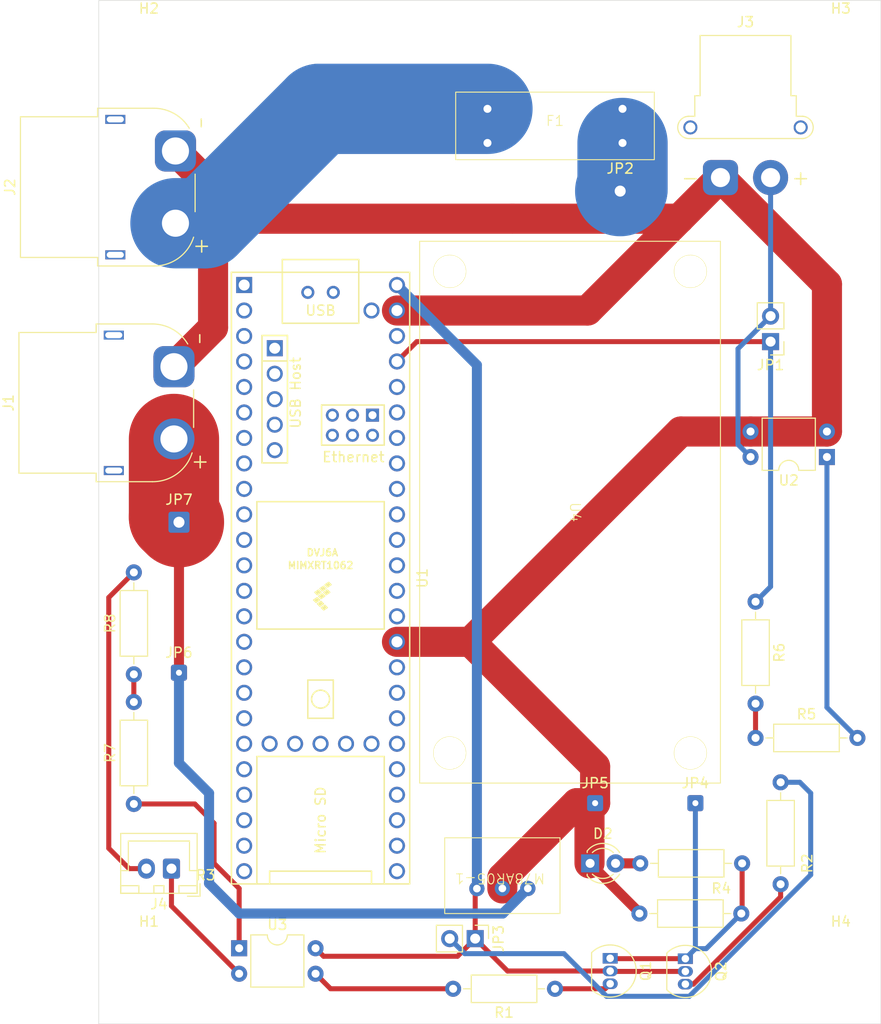
<source format=kicad_pcb>
(kicad_pcb (version 20240108) (generator "pcbnew") (generator_version "8.0")
  (layers (0 "F.Cu" signal) (31 "B.Cu" signal) (34 "B.Paste" user) (35 "F.Paste" user) (36 "B.SilkS" user "B.Silkscreen") (37 "F.SilkS" user "F.Silkscreen") (38 "B.Mask" user) (39 "F.Mask" user) (44 "Edge.Cuts" user))
  (net 0 "")
  (net 1 "Net-(D2-A)")
  (net 2 "GND")
  (net 3 "Net-(J2-Pin_2)")
  (net 4 "+12V")
  (net 5 "Net-(J3-Pin_2)")
  (net 6 "Net-(J4-Pin_1)")
  (net 7 "Net-(J4-Pin_2)")
  (net 8 "Net-(JP1-A)")
  (net 9 "Net-(JP3-B)")
  (net 10 "Net-(JP3-A)")
  (net 11 "Net-(JP4-A)")
  (net 12 "Net-(Q1-B)")
  (net 13 "Net-(Q2-B)")
  (net 14 "Net-(R1-Pad2)")
  (net 78 "Net-(R5-Pad1)")
  (net 79 "Net-(R5-Pad2)")
  (net 80 "Net-(R7-Pad1)")
  (net 81 "Net-(R7-Pad2)")
  (net 82 "Net-(JP2-A)")
  (footprint "Teensy:Teensy41" (layer "F.Cu") (at 52.12 91.57 -90)
    (property "Reference" "U1" (at 0 -10.16 90) (layer "F.SilkS"))
    (property "Value" "Teensy4.1")
    (fp_line (start -30.48 8.89) (end -30.48 -8.89) (stroke (width 0.15)) (layer "F.SilkS"))
    (fp_line (start 30.48 8.89) (end -30.48 8.89) (stroke (width 0.15)) (layer "F.SilkS"))
    (fp_line (start -7.62 6.35) (end 5.08 6.35) (stroke (width 0.15)) (layer "F.SilkS"))
    (fp_line (start 5.08 6.35) (end 5.08 -6.35) (stroke (width 0.15)) (layer "F.SilkS"))
    (fp_line (start 17.78 6.35) (end 30.48 6.35) (stroke (width 0.15)) (layer "F.SilkS"))
    (fp_line (start -24.1808 5.8392) (end -24.1808 3.2992) (stroke (width 0.15)) (layer "F.SilkS"))
    (fp_line (start -11.4808 5.8392) (end -24.1808 5.8392) (stroke (width 0.15)) (layer "F.SilkS"))
    (fp_line (start 29.21 5.08) (end 30.48 5.08) (stroke (width 0.15)) (layer "F.SilkS"))
    (fp_line (start -31.75 3.81) (end -31.75 -3.81) (stroke (width 0.15)) (layer "F.SilkS"))
    (fp_line (start -30.48 3.81) (end -31.75 3.81) (stroke (width 0.15)) (layer "F.SilkS"))
    (fp_line (start -25.4 3.81) (end -30.48 3.81) (stroke (width 0.15)) (layer "F.SilkS"))
    (fp_line (start -25.4 3.81) (end -25.4 -3.81) (stroke (width 0.15)) (layer "F.SilkS"))
    (fp_line (start -24.1808 3.2992) (end -21.6408 3.2992) (stroke (width 0.15)) (layer "F.SilkS"))
    (fp_line (start -24.1808 3.2992) (end -11.4808 3.2992) (stroke (width 0.15)) (layer "F.SilkS"))
    (fp_line (start -21.6408 3.2992) (end -21.6408 5.8392) (stroke (width 0.15)) (layer "F.SilkS"))
    (fp_line (start -11.4808 3.2992) (end -11.4808 5.8392) (stroke (width 0.15)) (layer "F.SilkS"))
    (fp_line (start 10.16 1.27) (end 10.16 -1.27) (stroke (width 0.15)) (layer "F.SilkS"))
    (fp_line (start 13.97 1.27) (end 10.16 1.27) (stroke (width 0.15)) (layer "F.SilkS"))
    (fp_line (start -17.25 -0.1016) (end -13.25 -0.1016) (stroke (width 0.15)) (layer "F.SilkS"))
    (fp_line (start -13.25 -0.1016) (end -13.25 -6.3516) (stroke (width 0.15)) (layer "F.SilkS"))
    (fp_line (start 10.16 -1.27) (end 13.97 -1.27) (stroke (width 0.15)) (layer "F.SilkS"))
    (fp_line (start 13.97 -1.27) (end 13.97 1.27) (stroke (width 0.15)) (layer "F.SilkS"))
    (fp_line (start -31.75 -3.81) (end -30.48 -3.81) (stroke (width 0.15)) (layer "F.SilkS"))
    (fp_line (start -25.4 -3.81) (end -30.48 -3.81) (stroke (width 0.15)) (layer "F.SilkS"))
    (fp_line (start 29.21 -5.08) (end 29.21 5.08) (stroke (width 0.15)) (layer "F.SilkS"))
    (fp_line (start 30.48 -5.08) (end 29.21 -5.08) (stroke (width 0.15)) (layer "F.SilkS"))
    (fp_line (start -17.25 -6.1016) (end -17.25 -0.1016) (stroke (width 0.15)) (layer "F.SilkS"))
    (fp_line (start -7.62 -6.35) (end -7.62 6.35) (stroke (width 0.15)) (layer "F.SilkS"))
    (fp_line (start 5.08 -6.35) (end -7.62 -6.35) (stroke (width 0.15)) (layer "F.SilkS"))
    (fp_line (start 17.78 -6.35) (end 17.78 6.35) (stroke (width 0.15)) (layer "F.SilkS"))
    (fp_line (start 30.48 -6.35) (end 17.78 -6.35) (stroke (width 0.15)) (layer "F.SilkS"))
    (fp_line (start -17.25 -6.3516) (end -17.25 -6.1016) (stroke (width 0.15)) (layer "F.SilkS"))
    (fp_line (start -13.25 -6.3516) (end -17.25 -6.3516) (stroke (width 0.15)) (layer "F.SilkS"))
    (fp_line (start -30.48 -8.89) (end 30.48 -8.89) (stroke (width 0.15)) (layer "F.SilkS"))
    (fp_line (start 30.48 -8.89) (end 30.48 8.89) (stroke (width 0.15)) (layer "F.SilkS"))
    (fp_circle (center 12.065 0) (end 12.7 -0.635) (stroke (width 0.15)) (fill none) (layer "F.SilkS"))
    (fp_poly (pts (xy 2.435 0.455) (xy 2.181 0.709) (xy 1.927 0.328) (xy 2.181 0.074)) (stroke (width 0.1)) (fill solid) (layer "F.SilkS"))
    (fp_poly (pts (xy 1.673 0.328) (xy 1.419 0.582) (xy 1.165 0.201) (xy 1.419 -0.053)) (stroke (width 0.1)) (fill solid) (layer "F.SilkS"))
    (fp_poly (pts (xy 2.816 0.074) (xy 2.562 0.328) (xy 2.308 -0.053) (xy 2.562 -0.307)) (stroke (width 0.1)) (fill solid) (layer "F.SilkS"))
    (fp_poly (pts (xy 2.054 -0.053) (xy 1.8 0.201) (xy 1.546 -0.18) (xy 1.8 -0.434)) (stroke (width 0.1)) (fill solid) (layer "F.SilkS"))
    (fp_poly (pts (xy 1.292 -0.18) (xy 1.038 0.074) (xy 0.784 -0.307) (xy 1.038 -0.561)) (stroke (width 0.1)) (fill solid) (layer "F.SilkS"))
    (fp_poly (pts (xy 3.197 -0.307) (xy 2.943 -0.053) (xy 2.689 -0.434) (xy 2.943 -0.688)) (stroke (width 0.1)) (fill solid) (layer "F.SilkS"))
    (fp_poly (pts (xy 1.673 -0.561) (xy 1.419 -0.307) (xy 1.165 -0.688) (xy 1.419 -0.942)) (stroke (width 0.1)) (fill solid) (layer "F.SilkS"))
    (fp_poly (pts (xy 0.911 -0.688) (xy 0.657 -0.434) (xy 0.403 -0.815) (xy 0.657 -1.069)) (stroke (width 0.1)) (fill solid) (layer "F.SilkS"))
    (fp_text user "USB" (at -26.67 0 0) (layer "F.SilkS"))
    (fp_text user "USB Host" (at -18.4658 2.4892 90) (layer "F.SilkS"))
    (fp_text user "Micro SD" (at 24.13 0 90) (layer "F.SilkS"))
    (fp_text user "Ethernet" (at -12.065 -3.2766 0) (layer "F.SilkS"))
    (fp_text user "DVJ6A" (at -2.54 -0.18 0) (layer "F.SilkS") (effects (font (size 0.7 0.7))))
    (fp_text user "MIMXRT1062" (at -1.27 0 0) (layer "F.SilkS") (effects (font (size 0.7 0.7))))
    (pad "1" thru_hole rect (at -29.21 7.62 270) (size 1.6 1.6) (drill 1.1) (layers "*.Cu" "*.Mask"))
    (pad "2" thru_hole circle (at -26.67 7.62 270) (size 1.6 1.6) (drill 1.1) (layers "*.Cu" "*.Mask"))
    (pad "3" thru_hole circle (at -24.13 7.62 270) (size 1.6 1.6) (drill 1.1) (layers "*.Cu" "*.Mask"))
    (pad "4" thru_hole circle (at -21.59 7.62 270) (size 1.6 1.6) (drill 1.1) (layers "*.Cu" "*.Mask"))
    (pad "5" thru_hole circle (at -19.05 7.62 270) (size 1.6 1.6) (drill 1.1) (layers "*.Cu" "*.Mask"))
    (pad "6" thru_hole circle (at -16.51 7.62 270) (size 1.6 1.6) (drill 1.1) (layers "*.Cu" "*.Mask"))
    (pad "7" thru_hole circle (at -13.97 7.62 270) (size 1.6 1.6) (drill 1.1) (layers "*.Cu" "*.Mask"))
    (pad "8" thru_hole circle (at -11.43 7.62 270) (size 1.6 1.6) (drill 1.1) (layers "*.Cu" "*.Mask"))
    (pad "9" thru_hole circle (at -8.89 7.62 270) (size 1.6 1.6) (drill 1.1) (layers "*.Cu" "*.Mask"))
    (pad "10" thru_hole circle (at -6.35 7.62 270) (size 1.6 1.6) (drill 1.1) (layers "*.Cu" "*.Mask"))
    (pad "11" thru_hole circle (at -3.81 7.62 270) (size 1.6 1.6) (drill 1.1) (layers "*.Cu" "*.Mask"))
    (pad "12" thru_hole circle (at -1.27 7.62 270) (size 1.6 1.6) (drill 1.1) (layers "*.Cu" "*.Mask"))
    (pad "13" thru_hole circle (at 1.27 7.62 270) (size 1.6 1.6) (drill 1.1) (layers "*.Cu" "*.Mask"))
    (pad "14" thru_hole circle (at 3.81 7.62 270) (size 1.6 1.6) (drill 1.1) (layers "*.Cu" "*.Mask"))
    (pad "15" thru_hole circle (at 6.35 7.62 270) (size 1.6 1.6) (drill 1.1) (layers "*.Cu" "*.Mask"))
    (pad "16" thru_hole circle (at 8.89 7.62 270) (size 1.6 1.6) (drill 1.1) (layers "*.Cu" "*.Mask"))
    (pad "17" thru_hole circle (at 11.43 7.62 270) (size 1.6 1.6) (drill 1.1) (layers "*.Cu" "*.Mask"))
    (pad "18" thru_hole circle (at 13.97 7.62 270) (size 1.6 1.6) (drill 1.1) (layers "*.Cu" "*.Mask"))
    (pad "19" thru_hole circle (at 16.51 7.62 270) (size 1.6 1.6) (drill 1.1) (layers "*.Cu" "*.Mask"))
    (pad "20" thru_hole circle (at 19.05 7.62 270) (size 1.6 1.6) (drill 1.1) (layers "*.Cu" "*.Mask"))
    (pad "21" thru_hole circle (at 21.59 7.62 270) (size 1.6 1.6) (drill 1.1) (layers "*.Cu" "*.Mask"))
    (pad "22" thru_hole circle (at 24.13 7.62 270) (size 1.6 1.6) (drill 1.1) (layers "*.Cu" "*.Mask"))
    (pad "23" thru_hole circle (at 26.67 7.62 270) (size 1.6 1.6) (drill 1.1) (layers "*.Cu" "*.Mask"))
    (pad "24" thru_hole circle (at 29.21 7.62 270) (size 1.6 1.6) (drill 1.1) (layers "*.Cu" "*.Mask"))
    (pad "25" thru_hole circle (at 29.21 -7.62 270) (size 1.6 1.6) (drill 1.1) (layers "*.Cu" "*.Mask"))
    (pad "26" thru_hole circle (at 26.67 -7.62 270) (size 1.6 1.6) (drill 1.1) (layers "*.Cu" "*.Mask"))
    (pad "27" thru_hole circle (at 24.13 -7.62 270) (size 1.6 1.6) (drill 1.1) (layers "*.Cu" "*.Mask"))
    (pad "28" thru_hole circle (at 21.59 -7.62 270) (size 1.6 1.6) (drill 1.1) (layers "*.Cu" "*.Mask"))
    (pad "29" thru_hole circle (at 19.05 -7.62 270) (size 1.6 1.6) (drill 1.1) (layers "*.Cu" "*.Mask"))
    (pad "30" thru_hole circle (at 16.51 -7.62 270) (size 1.6 1.6) (drill 1.1) (layers "*.Cu" "*.Mask"))
    (pad "31" thru_hole circle (at 13.97 -7.62 270) (size 1.6 1.6) (drill 1.1) (layers "*.Cu" "*.Mask"))
    (pad "32" thru_hole circle (at 11.43 -7.62 270) (size 1.6 1.6) (drill 1.1) (layers "*.Cu" "*.Mask"))
    (pad "33" thru_hole circle (at 8.89 -7.62 270) (size 1.6 1.6) (drill 1.1) (layers "*.Cu" "*.Mask"))
    (pad "34" thru_hole circle (at 6.35 -7.62 270) (size 1.6 1.6) (drill 1.1) (layers "*.Cu" "*.Mask") (net 2 "GND"))
    (pad "35" thru_hole circle (at 3.81 -7.62 270) (size 1.6 1.6) (drill 1.1) (layers "*.Cu" "*.Mask"))
    (pad "36" thru_hole circle (at 1.27 -7.62 270) (size 1.6 1.6) (drill 1.1) (layers "*.Cu" "*.Mask"))
    (pad "37" thru_hole circle (at -1.27 -7.62 270) (size 1.6 1.6) (drill 1.1) (layers "*.Cu" "*.Mask"))
    (pad "38" thru_hole circle (at -3.81 -7.62 270) (size 1.6 1.6) (drill 1.1) (layers "*.Cu" "*.Mask"))
    (pad "39" thru_hole circle (at -6.35 -7.62 270) (size 1.6 1.6) (drill 1.1) (layers "*.Cu" "*.Mask"))
    (pad "40" thru_hole circle (at -8.89 -7.62 270) (size 1.6 1.6) (drill 1.1) (layers "*.Cu" "*.Mask"))
    (pad "41" thru_hole circle (at -11.43 -7.62 270) (size 1.6 1.6) (drill 1.1) (layers "*.Cu" "*.Mask"))
    (pad "42" thru_hole circle (at -13.97 -7.62 270) (size 1.6 1.6) (drill 1.1) (layers "*.Cu" "*.Mask"))
    (pad "43" thru_hole circle (at -16.51 -7.62 270) (size 1.6 1.6) (drill 1.1) (layers "*.Cu" "*.Mask"))
    (pad "44" thru_hole circle (at -19.05 -7.62 270) (size 1.6 1.6) (drill 1.1) (layers "*.Cu" "*.Mask"))
    (pad "45" thru_hole circle (at -21.59 -7.62 270) (size 1.6 1.6) (drill 1.1) (layers "*.Cu" "*.Mask") (net 8 "Net-(JP1-A)"))
    (pad "46" thru_hole circle (at -24.13 -7.62 270) (size 1.6 1.6) (drill 1.1) (layers "*.Cu" "*.Mask"))
    (pad "47" thru_hole circle (at -26.67 -7.62 270) (size 1.6 1.6) (drill 1.1) (layers "*.Cu" "*.Mask") (net 2 "GND"))
    (pad "48" thru_hole circle (at -29.21 -7.62 270) (size 1.6 1.6) (drill 1.1) (layers "*.Cu" "*.Mask") (net 10 "Net-(JP3-A)"))
    (pad "49" thru_hole circle (at -26.67 -5.08 270) (size 1.6 1.6) (drill 1.1) (layers "*.Cu" "*.Mask"))
    (pad "50" thru_hole circle (at 16.51 5.08 270) (size 1.6 1.6) (drill 1.1) (layers "*.Cu" "*.Mask"))
    (pad "51" thru_hole circle (at 16.51 2.54 270) (size 1.6 1.6) (drill 1.1) (layers "*.Cu" "*.Mask"))
    (pad "52" thru_hole circle (at 16.51 0 270) (size 1.6 1.6) (drill 1.1) (layers "*.Cu" "*.Mask"))
    (pad "53" thru_hole circle (at 16.51 -2.54 270) (size 1.6 1.6) (drill 1.1) (layers "*.Cu" "*.Mask"))
    (pad "54" thru_hole circle (at 16.51 -5.08 270) (size 1.6 1.6) (drill 1.1) (layers "*.Cu" "*.Mask"))
    (pad "55" thru_hole rect (at -22.9108 4.5692 270) (size 1.6 1.6) (drill 1.1) (layers "*.Cu" "*.Mask"))
    (pad "56" thru_hole circle (at -20.3708 4.5692 270) (size 1.6 1.6) (drill 1.1) (layers "*.Cu" "*.Mask"))
    (pad "57" thru_hole circle (at -17.8308 4.5692 270) (size 1.6 1.6) (drill 1.1) (layers "*.Cu" "*.Mask"))
    (pad "58" thru_hole circle (at -15.2908 4.5692 270) (size 1.6 1.6) (drill 1.1) (layers "*.Cu" "*.Mask"))
    (pad "59" thru_hole circle (at -12.7508 4.5692 270) (size 1.6 1.6) (drill 1.1) (layers "*.Cu" "*.Mask"))
    (pad "60" thru_hole rect (at -16.24 -5.1816 270) (size 1.3 1.3) (drill 0.8) (layers "*.Cu" "*.Mask"))
    (pad "61" thru_hole circle (at -16.24 -3.1816 270) (size 1.3 1.3) (drill 0.8) (layers "*.Cu" "*.Mask"))
    (pad "62" thru_hole circle (at -16.24 -1.1816 270) (size 1.3 1.3) (drill 0.8) (layers "*.Cu" "*.Mask"))
    (pad "63" thru_hole circle (at -14.24 -1.1816 270) (size 1.3 1.3) (drill 0.8) (layers "*.Cu" "*.Mask"))
    (pad "64" thru_hole circle (at -14.24 -3.1816 270) (size 1.3 1.3) (drill 0.8) (layers "*.Cu" "*.Mask"))
    (pad "65" thru_hole circle (at -14.24 -5.1816 270) (size 1.3 1.3) (drill 0.8) (layers "*.Cu" "*.Mask"))
    (pad "66" thru_hole circle (at -28.48 -1.27 270) (size 1.3 1.3) (drill 0.8) (layers "*.Cu" "*.Mask"))
    (pad "67" thru_hole circle (at -28.48 1.27 270) (size 1.3 1.3) (drill 0.8) (layers "*.Cu" "*.Mask"))
  )
  (footprint "Connector_PinHeader_2.54mm:PinHeader_1x02_P2.54mm_Vertical" (layer "F.Cu") (at 97 68 180)
    (property "Reference" "JP1" (at 0 -2.33 0) (layer "F.SilkS"))
    (property "Value" "Jumper_2_Open" (hide yes))
    (fp_line (start 1.33 1.27) (end 1.33 3.87) (stroke (width 0.12)) (layer "F.SilkS"))
    (fp_line (start -1.33 3.87) (end 1.33 3.87) (stroke (width 0.12)) (layer "F.SilkS"))
    (fp_line (start -1.33 1.27) (end 1.33 1.27) (stroke (width 0.12)) (layer "F.SilkS"))
    (fp_line (start -1.33 1.27) (end -1.33 3.87) (stroke (width 0.12)) (layer "F.SilkS"))
    (fp_line (start -1.33 0) (end -1.33 -1.33) (stroke (width 0.12)) (layer "F.SilkS"))
    (fp_line (start -1.33 -1.33) (end 0 -1.33) (stroke (width 0.12)) (layer "F.SilkS"))
    (pad "1" thru_hole rect (at 0 0 180) (size 1.7 1.7) (drill 1) (layers "*.Cu" "*.Mask") (net 8 "Net-(JP1-A)"))
    (pad "2" thru_hole oval (at 0 2.54 180) (size 1.7 1.7) (drill 1) (layers "*.Cu" "*.Mask") (net 5 "Net-(J3-Pin_2)"))
  )
  (footprint "M78AR05-1:M78AR05-1" (layer "F.Cu") (at 70 121 180)
    (property "Reference" "M78AR05-1" (at 0 -0.5 180) (layer "F.SilkS") (effects (font (thickness 0.1))))
    (property "Value" "~")
    (fp_rect (start -6 -4) (end 5.5 3.55) (stroke (width 0.1)) (fill none) (layer "F.SilkS"))
    (pad "1" thru_hole circle (at -2.79 -1.5 180) (size 1.524 1.524) (drill 0.762) (layers "*.Cu" "*.Mask") (net 4 "+12V"))
    (pad "2" thru_hole circle (at -0.25 -1.5 180) (size 1.524 1.524) (drill 0.762) (layers "*.Cu" "*.Mask") (net 2 "GND"))
    (pad "3" thru_hole circle (at 2.29 -1.516 180) (size 1.524 1.524) (drill 0.762) (layers "*.Cu" "*.Mask") (net 10 "Net-(JP3-A)"))
  )
  (footprint "Connector_Wire:SolderWire-0.1sqmm_1x01_D0.4mm_OD1mm" (layer "F.Cu") (at 89.5 114)
    (property "Reference" "JP4" (at 0 -2 0) (layer "F.SilkS"))
    (property "Value" "Relay_SIG")
    (pad "1" thru_hole roundrect (at 0 0) (size 1.6 1.6) (drill 0.6) (layers "*.Cu" "*.Mask") (roundrect_rratio 0.15625) (net 11 "Net-(JP4-A)"))
  )
  (footprint "Package_TO_SOT_THT:TO-92_Inline" (layer "F.Cu") (at 88.5 129.5 -90)
    (property "Reference" "Q2" (at 1.27 -3.56 90) (layer "F.SilkS"))
    (property "Value" "2SC1815")
    (fp_line (start -0.53 1.85) (end 3.07 1.85) (stroke (width 0.12)) (layer "F.SilkS"))
    (fp_arc (start -0.568478 1.838478) (mid -1.132087 -0.994977) (end 1.27 -2.6) (stroke (width 0.12)) (layer "F.SilkS"))
    (fp_arc (start 1.27 -2.6) (mid 3.672087 -0.994977) (end 3.108478 1.838478) (stroke (width 0.12)) (layer "F.SilkS"))
    (pad "1" thru_hole rect (at 0 0 270) (size 1.05 1.5) (drill 0.75) (layers "*.Cu" "*.Mask") (net 11 "Net-(JP4-A)"))
    (pad "2" thru_hole oval (at 1.27 0 270) (size 1.05 1.5) (drill 0.75) (layers "*.Cu" "*.Mask") (net 10 "Net-(JP3-A)"))
    (pad "3" thru_hole oval (at 2.54 0 270) (size 1.05 1.5) (drill 0.75) (layers "*.Cu" "*.Mask") (net 13 "Net-(Q2-B)"))
  )
  (footprint "MountingHole:MountingHole_3.2mm_M3" (layer "F.Cu") (at 104 39)
    (property "Reference" "H3" (at 0 -4.2 0) (layer "F.SilkS"))
    (property "Value" "MountingHole")
    (pad "" np_thru_hole circle (at 0 0) (size 3.2 3.2) (drill 3.2) (layers "*.Cu" "*.Mask"))
  )
  (footprint "MountingHole:MountingHole_3.2mm_M3" (layer "F.Cu") (at 35 130)
    (property "Reference" "H1" (at 0 -4.2 0) (layer "F.SilkS"))
    (property "Value" "MountingHole")
    (pad "" np_thru_hole circle (at 0 0) (size 3.2 3.2) (drill 3.2) (layers "*.Cu" "*.Mask"))
  )
  (footprint "Resistor_THT:R_Axial_DIN0207_L6.3mm_D2.5mm_P10.16mm_Horizontal" (layer "F.Cu") (at 95.5 107.5)
    (property "Reference" "R5" (at 5.08 -2.37 0) (layer "F.SilkS"))
    (property "Value" "390")
    (fp_line (start 1.04 0) (end 1.81 0) (stroke (width 0.12)) (layer "F.SilkS"))
    (fp_line (start 1.81 -1.37) (end 1.81 1.37) (stroke (width 0.12)) (layer "F.SilkS"))
    (fp_line (start 1.81 1.37) (end 8.35 1.37) (stroke (width 0.12)) (layer "F.SilkS"))
    (fp_line (start 8.35 -1.37) (end 1.81 -1.37) (stroke (width 0.12)) (layer "F.SilkS"))
    (fp_line (start 8.35 1.37) (end 8.35 -1.37) (stroke (width 0.12)) (layer "F.SilkS"))
    (fp_line (start 9.12 0) (end 8.35 0) (stroke (width 0.12)) (layer "F.SilkS"))
    (pad "1" thru_hole circle (at 0 0) (size 1.6 1.6) (drill 0.8) (layers "*.Cu" "*.Mask") (net 78 "Net-(R5-Pad1)"))
    (pad "2" thru_hole oval (at 10.16 0) (size 1.6 1.6) (drill 0.8) (layers "*.Cu" "*.Mask") (net 79 "Net-(R5-Pad2)"))
  )
  (footprint "AE-RELAY953B-12V:AE-RELAY953B-12V" (layer "F.Cu") (at 77 85 -90)
    (property "Reference" "U4" (at 0 -0.5 -90) (layer "F.SilkS") (effects (font (thickness 0.1))))
    (property "Value" "~")
    (fp_rect (start -27 -15) (end 27 15) (stroke (width 0.1)) (fill none) (layer "F.SilkS"))
    (fp_circle (center -24 12) (end -22.4 12) (stroke (width 0.1)) (fill none) (layer "F.SilkS"))
    (fp_circle (center 24 12) (end 25.6 12) (stroke (width 0.1)) (fill none) (layer "F.SilkS"))
    (fp_circle (center -24 -12) (end -22.4 -12) (stroke (width 0.1)) (fill none) (layer "F.SilkS"))
    (fp_circle (center 24 -12) (end 25.6 -12) (stroke (width 0.1)) (fill none) (layer "F.SilkS"))
    (pad "" thru_hole circle (at -24 -12 270) (size 3.2 3.2) (drill 3.2) (layers "*.Cu" "*.Mask"))
    (pad "" thru_hole circle (at -24 12 270) (size 3.2 3.2) (drill 3.2) (layers "*.Cu" "*.Mask"))
    (pad "" thru_hole circle (at 24 -12 270) (size 3.2 3.2) (drill 3.2) (layers "*.Cu" "*.Mask"))
    (pad "" thru_hole circle (at 24 12 270) (size 3.2 3.2) (drill 3.2) (layers "*.Cu" "*.Mask"))
  )
  (footprint "Connector_Wire:SolderWire-0.5sqmm_1x01_D0.9mm_OD2.1mm" (layer "F.Cu") (at 38 86)
    (property "Reference" "JP7" (at 0 -2.25 0) (layer "F.SilkS"))
    (property "Value" "Relay_COM")
    (pad "1" thru_hole roundrect (at 0 0) (size 2.1 2.1) (drill 1.1) (layers "*.Cu" "*.Mask") (roundrect_rratio 0.119048) (net 4 "+12V"))
  )
  (footprint "Resistor_THT:R_Axial_DIN0207_L6.3mm_D2.5mm_P10.16mm_Horizontal" (layer "F.Cu") (at 95.5 93.92 -90)
    (property "Reference" "R6" (at 5.08 -2.37 90) (layer "F.SilkS"))
    (property "Value" "1K")
    (fp_line (start 1.81 1.37) (end 8.35 1.37) (stroke (width 0.12)) (layer "F.SilkS"))
    (fp_line (start 8.35 1.37) (end 8.35 -1.37) (stroke (width 0.12)) (layer "F.SilkS"))
    (fp_line (start 1.04 0) (end 1.81 0) (stroke (width 0.12)) (layer "F.SilkS"))
    (fp_line (start 9.12 0) (end 8.35 0) (stroke (width 0.12)) (layer "F.SilkS"))
    (fp_line (start 1.81 -1.37) (end 1.81 1.37) (stroke (width 0.12)) (layer "F.SilkS"))
    (fp_line (start 8.35 -1.37) (end 1.81 -1.37) (stroke (width 0.12)) (layer "F.SilkS"))
    (pad "1" thru_hole circle (at 0 0 270) (size 1.6 1.6) (drill 0.8) (layers "*.Cu" "*.Mask") (net 8 "Net-(JP1-A)"))
    (pad "2" thru_hole oval (at 10.16 0 270) (size 1.6 1.6) (drill 0.8) (layers "*.Cu" "*.Mask") (net 78 "Net-(R5-Pad1)"))
  )
  (footprint "Resistor_THT:R_Axial_DIN0207_L6.3mm_D2.5mm_P10.16mm_Horizontal" (layer "F.Cu") (at 84 120)
    (property "Reference" "R4" (at 8.08 2.5 360) (layer "F.SilkS"))
    (property "Value" "470")
    (fp_line (start 1.04 0) (end 1.81 0) (stroke (width 0.12)) (layer "F.SilkS"))
    (fp_line (start 1.81 -1.37) (end 1.81 1.37) (stroke (width 0.12)) (layer "F.SilkS"))
    (fp_line (start 1.81 1.37) (end 8.35 1.37) (stroke (width 0.12)) (layer "F.SilkS"))
    (fp_line (start 8.35 -1.37) (end 1.81 -1.37) (stroke (width 0.12)) (layer "F.SilkS"))
    (fp_line (start 8.35 1.37) (end 8.35 -1.37) (stroke (width 0.12)) (layer "F.SilkS"))
    (fp_line (start 9.12 0) (end 8.35 0) (stroke (width 0.12)) (layer "F.SilkS"))
    (pad "1" thru_hole circle (at 0 0) (size 1.6 1.6) (drill 0.8) (layers "*.Cu" "*.Mask") (net 1 "Net-(D2-A)"))
    (pad "2" thru_hole oval (at 10.16 0) (size 1.6 1.6) (drill 0.8) (layers "*.Cu" "*.Mask") (net 11 "Net-(JP4-A)"))
  )
  (footprint "Resistor_THT:R_Axial_DIN0207_L6.3mm_D2.5mm_P10.16mm_Horizontal" (layer "F.Cu") (at 33.5 101.16 90)
    (property "Reference" "R8" (at 5.08 -2.37 90) (layer "F.SilkS"))
    (property "Value" "390")
    (fp_line (start 8.35 -1.37) (end 1.81 -1.37) (stroke (width 0.12)) (layer "F.SilkS"))
    (fp_line (start 1.81 -1.37) (end 1.81 1.37) (stroke (width 0.12)) (layer "F.SilkS"))
    (fp_line (start 9.12 0) (end 8.35 0) (stroke (width 0.12)) (layer "F.SilkS"))
    (fp_line (start 1.04 0) (end 1.81 0) (stroke (width 0.12)) (layer "F.SilkS"))
    (fp_line (start 8.35 1.37) (end 8.35 -1.37) (stroke (width 0.12)) (layer "F.SilkS"))
    (fp_line (start 1.81 1.37) (end 8.35 1.37) (stroke (width 0.12)) (layer "F.SilkS"))
    (pad "1" thru_hole circle (at 0 0 90) (size 1.6 1.6) (drill 0.8) (layers "*.Cu" "*.Mask") (net 81 "Net-(R7-Pad2)"))
    (pad "2" thru_hole oval (at 10.16 0 90) (size 1.6 1.6) (drill 0.8) (layers "*.Cu" "*.Mask") (net 7 "Net-(J4-Pin_2)"))
  )
  (footprint "Connector_Wire:SolderWire-0.5sqmm_1x01_D0.9mm_OD2.1mm" (layer "F.Cu") (at 82 53)
    (property "Reference" "JP2" (at 0 -2.25 0) (layer "F.SilkS"))
    (property "Value" "Relay_NO")
    (pad "1" thru_hole roundrect (at 0 0) (size 2.1 2.1) (drill 1.1) (layers "*.Cu" "*.Mask") (roundrect_rratio 0.119048) (net 82 "Net-(JP2-A)"))
  )
  (footprint "Connector_Wire:SolderWire-0.1sqmm_1x01_D0.4mm_OD1mm" (layer "F.Cu") (at 38 101)
    (property "Reference" "JP6" (at 0 -2 0) (layer "F.SilkS"))
    (property "Value" "Relay_VCC")
    (pad "1" thru_hole roundrect (at 0 0) (size 1.6 1.6) (drill 0.6) (layers "*.Cu" "*.Mask") (roundrect_rratio 0.15625) (net 4 "+12V"))
  )
  (footprint "MountingHole:MountingHole_3.2mm_M3" (layer "F.Cu") (at 104 130)
    (property "Reference" "H4" (at 0 -4.2 0) (layer "F.SilkS"))
    (property "Value" "MountingHole")
    (pad "" np_thru_hole circle (at 0 0) (size 3.2 3.2) (drill 3.2) (layers "*.Cu" "*.Mask"))
  )
  (footprint "Package_DIP:DIP-4_W7.62mm" (layer "F.Cu") (at 44 128.46)
    (property "Reference" "U3" (at 3.81 -2.33 0) (layer "F.SilkS"))
    (property "Value" "TLP624")
    (fp_line (start 1.16 -1.33) (end 1.16 3.87) (stroke (width 0.12)) (layer "F.SilkS"))
    (fp_line (start 1.16 3.87) (end 6.46 3.87) (stroke (width 0.12)) (layer "F.SilkS"))
    (fp_line (start 2.81 -1.33) (end 1.16 -1.33) (stroke (width 0.12)) (layer "F.SilkS"))
    (fp_line (start 6.46 -1.33) (end 4.81 -1.33) (stroke (width 0.12)) (layer "F.SilkS"))
    (fp_line (start 6.46 3.87) (end 6.46 -1.33) (stroke (width 0.12)) (layer "F.SilkS"))
    (fp_arc (start 4.81 -1.33) (mid 3.81 -0.33) (end 2.81 -1.33) (stroke (width 0.12)) (layer "F.SilkS"))
    (pad "1" thru_hole rect (at 0 0) (size 1.6 1.6) (drill 0.8) (layers "*.Cu" "*.Mask") (net 80 "Net-(R7-Pad1)"))
    (pad "2" thru_hole oval (at 0 2.54) (size 1.6 1.6) (drill 0.8) (layers "*.Cu" "*.Mask") (net 6 "Net-(J4-Pin_1)"))
    (pad "3" thru_hole oval (at 7.62 2.54) (size 1.6 1.6) (drill 0.8) (layers "*.Cu" "*.Mask") (net 14 "Net-(R1-Pad2)"))
    (pad "4" thru_hole oval (at 7.62 0) (size 1.6 1.6) (drill 0.8) (layers "*.Cu" "*.Mask") (net 10 "Net-(JP3-A)"))
  )
  (footprint "Resistor_THT:R_Axial_DIN0207_L6.3mm_D2.5mm_P10.16mm_Horizontal" (layer "F.Cu") (at 75.5 132.5 180)
    (property "Reference" "R1" (at 5.08 -2.37 0) (layer "F.SilkS"))
    (property "Value" "100k")
    (fp_line (start 9.12 0) (end 8.35 0) (stroke (width 0.12)) (layer "F.SilkS"))
    (fp_line (start 8.35 1.37) (end 8.35 -1.37) (stroke (width 0.12)) (layer "F.SilkS"))
    (fp_line (start 8.35 -1.37) (end 1.81 -1.37) (stroke (width 0.12)) (layer "F.SilkS"))
    (fp_line (start 1.81 1.37) (end 8.35 1.37) (stroke (width 0.12)) (layer "F.SilkS"))
    (fp_line (start 1.81 -1.37) (end 1.81 1.37) (stroke (width 0.12)) (layer "F.SilkS"))
    (fp_line (start 1.04 0) (end 1.81 0) (stroke (width 0.12)) (layer "F.SilkS"))
    (pad "1" thru_hole circle (at 0 0 180) (size 1.6 1.6) (drill 0.8) (layers "*.Cu" "*.Mask") (net 12 "Net-(Q1-B)"))
    (pad "2" thru_hole oval (at 10.16 0 180) (size 1.6 1.6) (drill 0.8) (layers "*.Cu" "*.Mask") (net 14 "Net-(R1-Pad2)"))
  )
  (footprint "Resistor_THT:R_Axial_DIN0207_L6.3mm_D2.5mm_P10.16mm_Horizontal" (layer "F.Cu") (at 33.5 114.08 90)
    (property "Reference" "R7" (at 5.08 -2.37 90) (layer "F.SilkS"))
    (property "Value" "1K")
    (fp_line (start 8.35 -1.37) (end 1.81 -1.37) (stroke (width 0.12)) (layer "F.SilkS"))
    (fp_line (start 1.81 -1.37) (end 1.81 1.37) (stroke (width 0.12)) (layer "F.SilkS"))
    (fp_line (start 9.12 0) (end 8.35 0) (stroke (width 0.12)) (layer "F.SilkS"))
    (fp_line (start 1.04 0) (end 1.81 0) (stroke (width 0.12)) (layer "F.SilkS"))
    (fp_line (start 8.35 1.37) (end 8.35 -1.37) (stroke (width 0.12)) (layer "F.SilkS"))
    (fp_line (start 1.81 1.37) (end 8.35 1.37) (stroke (width 0.12)) (layer "F.SilkS"))
    (pad "1" thru_hole circle (at 0 0 90) (size 1.6 1.6) (drill 0.8) (layers "*.Cu" "*.Mask") (net 80 "Net-(R7-Pad1)"))
    (pad "2" thru_hole oval (at 10.16 0 90) (size 1.6 1.6) (drill 0.8) (layers "*.Cu" "*.Mask") (net 81 "Net-(R7-Pad2)"))
  )
  (footprint "Resistor_THT:R_Axial_DIN0207_L6.3mm_D2.5mm_P10.16mm_Horizontal" (layer "F.Cu") (at 98 122.08 90)
    (property "Reference" "R2" (at 2.08 2.65 90) (layer "F.SilkS"))
    (property "Value" "100k")
    (fp_line (start 8.35 -1.37) (end 1.81 -1.37) (stroke (width 0.12)) (layer "F.SilkS"))
    (fp_line (start 1.81 -1.37) (end 1.81 1.37) (stroke (width 0.12)) (layer "F.SilkS"))
    (fp_line (start 9.12 0) (end 8.35 0) (stroke (width 0.12)) (layer "F.SilkS"))
    (fp_line (start 1.04 0) (end 1.81 0) (stroke (width 0.12)) (layer "F.SilkS"))
    (fp_line (start 8.35 1.37) (end 8.35 -1.37) (stroke (width 0.12)) (layer "F.SilkS"))
    (fp_line (start 1.81 1.37) (end 8.35 1.37) (stroke (width 0.12)) (layer "F.SilkS"))
    (pad "1" thru_hole circle (at 0 0 90) (size 1.6 1.6) (drill 0.8) (layers "*.Cu" "*.Mask") (net 13 "Net-(Q2-B)"))
    (pad "2" thru_hole oval (at 10.16 0 90) (size 1.6 1.6) (drill 0.8) (layers "*.Cu" "*.Mask") (net 9 "Net-(JP3-B)"))
  )
  (footprint "Package_DIP:DIP-4_W7.62mm" (layer "F.Cu") (at 102.62 79.5 180)
    (property "Reference" "U2" (at 3.81 -2.33 0) (layer "F.SilkS"))
    (property "Value" "TLP624")
    (fp_line (start 6.46 3.87) (end 6.46 -1.33) (stroke (width 0.12)) (layer "F.SilkS"))
    (fp_line (start 6.46 -1.33) (end 4.81 -1.33) (stroke (width 0.12)) (layer "F.SilkS"))
    (fp_line (start 2.81 -1.33) (end 1.16 -1.33) (stroke (width 0.12)) (layer "F.SilkS"))
    (fp_line (start 1.16 3.87) (end 6.46 3.87) (stroke (width 0.12)) (layer "F.SilkS"))
    (fp_line (start 1.16 -1.33) (end 1.16 3.87) (stroke (width 0.12)) (layer "F.SilkS"))
    (fp_arc (start 4.81 -1.33) (mid 3.81 -0.33) (end 2.81 -1.33) (stroke (width 0.12)) (layer "F.SilkS"))
    (pad "1" thru_hole rect (at 0 0 180) (size 1.6 1.6) (drill 0.8) (layers "*.Cu" "*.Mask") (net 79 "Net-(R5-Pad2)"))
    (pad "2" thru_hole oval (at 0 2.54 180) (size 1.6 1.6) (drill 0.8) (layers "*.Cu" "*.Mask") (net 2 "GND"))
    (pad "3" thru_hole oval (at 7.62 2.54 180) (size 1.6 1.6) (drill 0.8) (layers "*.Cu" "*.Mask") (net 2 "GND"))
    (pad "4" thru_hole oval (at 7.62 0 180) (size 1.6 1.6) (drill 0.8) (layers "*.Cu" "*.Mask") (net 5 "Net-(J3-Pin_2)"))
  )
  (footprint "Package_TO_SOT_THT:TO-92_Inline" (layer "F.Cu") (at 81 129.46 -90)
    (property "Reference" "Q1" (at 1.27 -3.56 90) (layer "F.SilkS"))
    (property "Value" "2SC1815")
    (fp_line (start -0.53 1.85) (end 3.07 1.85) (stroke (width 0.12)) (layer "F.SilkS"))
    (fp_arc (start -0.568478 1.838478) (mid -1.132087 -0.994977) (end 1.27 -2.6) (stroke (width 0.12)) (layer "F.SilkS"))
    (fp_arc (start 1.27 -2.6) (mid 3.672087 -0.994977) (end 3.108478 1.838478) (stroke (width 0.12)) (layer "F.SilkS"))
    (pad "1" thru_hole rect (at 0 0 270) (size 1.05 1.5) (drill 0.75) (layers "*.Cu" "*.Mask") (net 11 "Net-(JP4-A)"))
    (pad "2" thru_hole oval (at 1.27 0 270) (size 1.05 1.5) (drill 0.75) (layers "*.Cu" "*.Mask") (net 10 "Net-(JP3-A)"))
    (pad "3" thru_hole oval (at 2.54 0 270) (size 1.05 1.5) (drill 0.75) (layers "*.Cu" "*.Mask") (net 12 "Net-(Q1-B)"))
  )
  (footprint "Connector_JST:JST_XH_B2B-XH-A_1x02_P2.50mm_Vertical" (layer "F.Cu") (at 37.25 120.525 180)
    (property "Reference" "J4" (at 1.25 -3.55 0) (layer "F.SilkS"))
    (property "Value" "Conn_EStop_Signal")
    (fp_line (start 5.06 3.51) (end 5.06 -2.46) (stroke (width 0.12)) (layer "F.SilkS"))
    (fp_line (start 5.06 -2.46) (end -2.56 -2.46) (stroke (width 0.12)) (layer "F.SilkS"))
    (fp_line (start 5.05 -0.2) (end 4.3 -0.2) (stroke (width 0.12)) (layer "F.SilkS"))
    (fp_line (start 5.05 -1.7) (end 5.05 -2.45) (stroke (width 0.12)) (layer "F.SilkS"))
    (fp_line (start 5.05 -2.45) (end 3.25 -2.45) (stroke (width 0.12)) (layer "F.SilkS"))
    (fp_line (start 4.3 2.75) (end 1.25 2.75) (stroke (width 0.12)) (layer "F.SilkS"))
    (fp_line (start 4.3 -0.2) (end 4.3 2.75) (stroke (width 0.12)) (layer "F.SilkS"))
    (fp_line (start 3.25 -1.7) (end 5.05 -1.7) (stroke (width 0.12)) (layer "F.SilkS"))
    (fp_line (start 3.25 -2.45) (end 3.25 -1.7) (stroke (width 0.12)) (layer "F.SilkS"))
    (fp_line (start 1.75 -1.7) (end 1.75 -2.45) (stroke (width 0.12)) (layer "F.SilkS"))
    (fp_line (start 1.75 -2.45) (end 0.75 -2.45) (stroke (width 0.12)) (layer "F.SilkS"))
    (fp_line (start 0.75 -1.7) (end 1.75 -1.7) (stroke (width 0.12)) (layer "F.SilkS"))
    (fp_line (start 0.75 -2.45) (end 0.75 -1.7) (stroke (width 0.12)) (layer "F.SilkS"))
    (fp_line (start -0.75 -1.7) (end -0.75 -2.45) (stroke (width 0.12)) (layer "F.SilkS"))
    (fp_line (start -0.75 -2.45) (end -2.55 -2.45) (stroke (width 0.12)) (layer "F.SilkS"))
    (fp_line (start -1.6 -2.75) (end -2.85 -2.75) (stroke (width 0.12)) (layer "F.SilkS"))
    (fp_line (start -1.8 2.75) (end 1.25 2.75) (stroke (width 0.12)) (layer "F.SilkS"))
    (fp_line (start -1.8 -0.2) (end -1.8 2.75) (stroke (width 0.12)) (layer "F.SilkS"))
    (fp_line (start -2.55 -0.2) (end -1.8 -0.2) (stroke (width 0.12)) (layer "F.SilkS"))
    (fp_line (start -2.55 -1.7) (end -0.75 -1.7) (stroke (width 0.12)) (layer "F.SilkS"))
    (fp_line (start -2.55 -2.45) (end -2.55 -1.7) (stroke (width 0.12)) (layer "F.SilkS"))
    (fp_line (start -2.56 3.51) (end 5.06 3.51) (stroke (width 0.12)) (layer "F.SilkS"))
    (fp_line (start -2.56 -2.46) (end -2.56 3.51) (stroke (width 0.12)) (layer "F.SilkS"))
    (fp_line (start -2.85 -2.75) (end -2.85 -1.5) (stroke (width 0.12)) (layer "F.SilkS"))
    (pad "1" thru_hole roundrect (at 0 0 180) (size 1.7 2) (drill 1) (layers "*.Cu" "*.Mask") (roundrect_rratio 0.147059) (net 6 "Net-(J4-Pin_1)"))
    (pad "2" thru_hole oval (at 2.5 0 180) (size 1.7 2) (drill 1) (layers "*.Cu" "*.Mask") (net 7 "Net-(J4-Pin_2)"))
  )
  (footprint "Connector_Wire:SolderWire-0.1sqmm_1x01_D0.4mm_OD1mm" (layer "F.Cu") (at 79.5 114)
    (property "Reference" "JP5" (at 0 -2 0) (layer "F.SilkS"))
    (property "Value" "Relay_GND")
    (pad "1" thru_hole roundrect (at 0 0) (size 1.6 1.6) (drill 0.6) (layers "*.Cu" "*.Mask") (roundrect_rratio 0.15625) (net 2 "GND"))
  )
  (footprint "Connector_AMASS:AMASS_XT60PW-F_1x02_P7.20mm_Horizontal" (layer "F.Cu") (at 37.65 49 90)
    (property "Reference" "J2" (at -3.6 -16.5 90) (layer "F.SilkS"))
    (property "Value" "T200_ESC_power")
    (fp_line (start 3.41 -15.46) (end 3.41 -7.76) (stroke (width 0.12)) (layer "F.SilkS"))
    (fp_line (start -10.61 -15.46) (end 3.41 -15.46) (stroke (width 0.12)) (layer "F.SilkS"))
    (fp_line (start -10.61 -15.46) (end -10.61 -7.76) (stroke (width 0.12)) (layer "F.SilkS"))
    (fp_line (start 4.26 -7.76) (end 4.26 -2.15) (stroke (width 0.12)) (layer "F.SilkS"))
    (fp_line (start 3.41 -7.76) (end 4.26 -7.76) (stroke (width 0.12)) (layer "F.SilkS"))
    (fp_line (start -11.46 -7.76) (end -10.61 -7.76) (stroke (width 0.12)) (layer "F.SilkS"))
    (fp_line (start -11.46 -7.76) (end -11.46 -2.15) (stroke (width 0.12)) (layer "F.SilkS"))
    (fp_line (start -6.05 1.96) (end -2.31 1.96) (stroke (width 0.12)) (layer "F.SilkS"))
    (fp_arc (start 4.26 -2.15) (mid 3.727162 -0.126139) (end 2.266806 1.372958) (stroke (width 0.12)) (layer "F.SilkS"))
    (fp_arc (start -8.5899 1.808718) (mid -10.677645 0.302568) (end -11.46 -2.15) (stroke (width 0.12)) (layer "F.SilkS"))
    (fp_text user "+" (at -9.5 2.5 90) (layer "F.SilkS") (effects (font (size 1.5 1.5))))
    (fp_text user "-" (at 2.8 2.5 90) (layer "F.SilkS"))
    (pad "" thru_hole rect (at -10.35 -6 90) (size 0.9 2) (drill oval 0.6 1.7) (layers "*.Cu" "*.Mask"))
    (pad "" thru_hole rect (at 3.15 -6 90) (size 0.9 2) (drill oval 0.6 1.7) (layers "*.Cu" "*.Mask"))
    (pad "1" thru_hole roundrect (at 0 0 90) (size 4.1 4.1) (drill 2.7) (layers "*.Cu" "*.Mask") (net 2 "GND"))
    (pad "2" thru_hole circle (at -7.2 0 90) (size 4.1 4.1) (drill 2.7) (layers "*.Cu" "*.Mask") (net 3 "Net-(J2-Pin_2)"))
  )
  (footprint "Connector_AMASS:AMASS_XT60PW-F_1x02_P7.20mm_Horizontal" (layer "F.Cu") (at 37.5 70.5 90)
    (property "Reference" "J1" (at -3.6 -16.5 90) (layer "F.SilkS"))
    (property "Value" "DC_in")
    (fp_line (start 3.41 -15.46) (end 3.41 -7.76) (stroke (width 0.12)) (layer "F.SilkS"))
    (fp_line (start -10.61 -15.46) (end 3.41 -15.46) (stroke (width 0.12)) (layer "F.SilkS"))
    (fp_line (start -10.61 -15.46) (end -10.61 -7.76) (stroke (width 0.12)) (layer "F.SilkS"))
    (fp_line (start 4.26 -7.76) (end 4.26 -2.15) (stroke (width 0.12)) (layer "F.SilkS"))
    (fp_line (start 3.41 -7.76) (end 4.26 -7.76) (stroke (width 0.12)) (layer "F.SilkS"))
    (fp_line (start -11.46 -7.76) (end -10.61 -7.76) (stroke (width 0.12)) (layer "F.SilkS"))
    (fp_line (start -11.46 -7.76) (end -11.46 -2.15) (stroke (width 0.12)) (layer "F.SilkS"))
    (fp_line (start -6.05 1.96) (end -2.31 1.96) (stroke (width 0.12)) (layer "F.SilkS"))
    (fp_arc (start 4.26 -2.15) (mid 3.727162 -0.126139) (end 2.266806 1.372958) (stroke (width 0.12)) (layer "F.SilkS"))
    (fp_arc (start -8.5899 1.808718) (mid -10.677645 0.302568) (end -11.46 -2.15) (stroke (width 0.12)) (layer "F.SilkS"))
    (fp_text user "+" (at -9.5 2.5 90) (layer "F.SilkS") (effects (font (size 1.5 1.5))))
    (fp_text user "-" (at 2.8 2.5 90) (layer "F.SilkS"))
    (pad "" thru_hole rect (at -10.35 -6 90) (size 0.9 2) (drill oval 0.6 1.7) (layers "*.Cu" "*.Mask"))
    (pad "" thru_hole rect (at 3.15 -6 90) (size 0.9 2) (drill oval 0.6 1.7) (layers "*.Cu" "*.Mask"))
    (pad "1" thru_hole roundrect (at 0 0 90) (size 4.1 4.1) (drill 2.7) (layers "*.Cu" "*.Mask") (net 2 "GND"))
    (pad "2" thru_hole circle (at -7.2 0 90) (size 4.1 4.1) (drill 2.7) (layers "*.Cu" "*.Mask") (net 4 "+12V"))
  )
  (footprint "3557-15:3557-15" (layer "F.Cu") (at 75.5 46.5)
    (property "Reference" "F1" (at 0 -0.5 0) (layer "F.SilkS") (effects (font (thickness 0.1))))
    (property "Value" "Fuse")
    (fp_rect (start -9.905 -3.365) (end 9.905 3.365) (stroke (width 0.1)) (fill none) (layer "F.SilkS"))
    (pad "1" thru_hole circle (at -6.735 -1.7) (size 1.524 1.524) (drill 0.8) (layers "*.Cu" "*.Mask") (net 3 "Net-(J2-Pin_2)"))
    (pad "1" thru_hole circle (at -6.735 1.7) (size 1.524 1.524) (drill 0.8) (layers "*.Cu" "*.Mask") (net 3 "Net-(J2-Pin_2)"))
    (pad "2" thru_hole circle (at 6.735 -1.7) (size 1.524 1.524) (drill 0.8) (layers "*.Cu" "*.Mask") (net 82 "Net-(JP2-A)"))
    (pad "2" thru_hole circle (at 6.735 1.7) (size 1.524 1.524) (drill 0.8) (layers "*.Cu" "*.Mask") (net 82 "Net-(JP2-A)"))
  )
  (footprint "MountingHole:MountingHole_3.2mm_M3" (layer "F.Cu") (at 35 39)
    (property "Reference" "H2" (at 0 -4.2 0) (layer "F.SilkS"))
    (property "Value" "MountingHole")
    (pad "" np_thru_hole circle (at 0 0) (size 3.2 3.2) (drill 3.2) (layers "*.Cu" "*.Mask"))
  )
  (footprint "Connector_AMASS:AMASS_XT30PW-F_1x02_P2.50mm_Horizontal" (layer "F.Cu") (at 92 51.65)
    (property "Reference" "J3" (at 2.5 -15.5 0) (layer "F.SilkS"))
    (property "Value" "T200_ESC_signal")
    (fp_line (start -3.26 -6.11) (end -2.56 -6.11) (stroke (width 0.12)) (layer "F.SilkS"))
    (fp_line (start -3.26 -3.89) (end 8.26 -3.89) (stroke (width 0.12)) (layer "F.SilkS"))
    (fp_line (start -2.56 -8.16) (end -2.56 -6.11) (stroke (width 0.12)) (layer "F.SilkS"))
    (fp_line (start -2.56 -8.16) (end -2.03 -8.16) (stroke (width 0.12)) (layer "F.SilkS"))
    (fp_line (start -2.03 -14.16) (end -2.03 -8.16) (stroke (width 0.12)) (layer "F.SilkS"))
    (fp_line (start -2.03 -14.16) (end 7 -14.16) (stroke (width 0.12)) (layer "F.SilkS"))
    (fp_line (start 7.03 -14.16) (end 7.03 -8.16) (stroke (width 0.12)) (layer "F.SilkS"))
    (fp_line (start 7.03 -8.16) (end 7.56 -8.16) (stroke (width 0.12)) (layer "F.SilkS"))
    (fp_line (start 7.56 -8.16) (end 7.56 -6.11) (stroke (width 0.12)) (layer "F.SilkS"))
    (fp_line (start 7.56 -6.11) (end 8.26 -6.11) (stroke (width 0.12)) (layer "F.SilkS"))
    (fp_arc (start -3.321729 -3.903365) (mid -4.256653 -5.086124) (end -3.15 -6.11) (stroke (width 0.12)) (layer "F.SilkS"))
    (fp_arc (start 8.15 -6.11) (mid 9.26 -5) (end 8.15 -3.89) (stroke (width 0.12)) (layer "F.SilkS"))
    (fp_text user "-" (at -3 0 0) (layer "F.SilkS") (effects (font (size 1.5 1.5))))
    (fp_text user "+" (at 8 0 0) (layer "F.SilkS") (effects (font (size 1.5 1.5))))
    (pad "" thru_hole circle (at -3 -5 90) (size 1.4 1.4) (drill 1) (layers "*.Cu" "*.Mask"))
    (pad "" thru_hole circle (at 8 -5) (size 1.4 1.4) (drill 1) (layers "*.Cu" "*.Mask"))
    (pad "1" thru_hole roundrect (at 0 0) (size 3.5 3.5) (drill 1.9) (layers "*.Cu" "*.Mask") (roundrect_rratio 0.22) (net 2 "GND"))
    (pad "2" thru_hole circle (at 5 0) (size 3.5 3.5) (drill 1.9) (layers "*.Cu" "*.Mask") (net 5 "Net-(J3-Pin_2)"))
  )
  (footprint "LED_THT:LED_D3.0mm" (layer "F.Cu") (at 79 120)
    (property "Reference" "D2" (at 1.27 -2.96 0) (layer "F.SilkS"))
    (property "Value" "LED")
    (fp_line (start -0.29 -1.236) (end -0.29 -1.08) (stroke (width 0.12)) (layer "F.SilkS"))
    (fp_line (start -0.29 1.08) (end -0.29 1.236) (stroke (width 0.12)) (layer "F.SilkS"))
    (fp_arc (start -0.29 -1.235516) (mid 1.366487 -1.987659) (end 2.942335 -1.078608) (stroke (width 0.12)) (layer "F.SilkS"))
    (fp_arc (start 0.229039 -1.08) (mid 1.270117 -1.5) (end 2.31113 -1.079837) (stroke (width 0.12)) (layer "F.SilkS"))
    (fp_arc (start 2.31113 1.079837) (mid 1.270117 1.5) (end 0.229039 1.08) (stroke (width 0.12)) (layer "F.SilkS"))
    (fp_arc (start 2.942335 1.078608) (mid 1.366487 1.987659) (end -0.29 1.235516) (stroke (width 0.12)) (layer "F.SilkS"))
    (pad "1" thru_hole rect (at 0 0) (size 1.8 1.8) (drill 0.9) (layers "*.Cu" "*.Mask") (net 2 "GND"))
    (pad "2" thru_hole circle (at 2.54 0) (size 1.8 1.8) (drill 0.9) (layers "*.Cu" "*.Mask") (net 1 "Net-(D2-A)"))
  )
  (footprint "Connector_PinHeader_2.54mm:PinHeader_1x02_P2.54mm_Vertical" (layer "F.Cu") (at 67.54 127.5 -90)
    (property "Reference" "JP3" (at 0 -2.33 90) (layer "F.SilkS"))
    (property "Value" "Disable_EStop")
    (fp_line (start -1.33 3.87) (end 1.33 3.87) (stroke (width 0.12)) (layer "F.SilkS"))
    (fp_line (start -1.33 1.27) (end -1.33 3.87) (stroke (width 0.12)) (layer "F.SilkS"))
    (fp_line (start -1.33 1.27) (end 1.33 1.27) (stroke (width 0.12)) (layer "F.SilkS"))
    (fp_line (start 1.33 1.27) (end 1.33 3.87) (stroke (width 0.12)) (layer "F.SilkS"))
    (fp_line (start -1.33 0) (end -1.33 -1.33) (stroke (width 0.12)) (layer "F.SilkS"))
    (fp_line (start -1.33 -1.33) (end 0 -1.33) (stroke (width 0.12)) (layer "F.SilkS"))
    (pad "1" thru_hole rect (at 0 0 270) (size 1.7 1.7) (drill 1) (layers "*.Cu" "*.Mask") (net 10 "Net-(JP3-A)"))
    (pad "2" thru_hole oval (at 0 2.54 270) (size 1.7 1.7) (drill 1) (layers "*.Cu" "*.Mask") (net 9 "Net-(JP3-B)"))
  )
  (footprint "Resistor_THT:R_Axial_DIN0207_L6.3mm_D2.5mm_P10.16mm_Horizontal" (layer "F.Cu") (at 83.92 125)
    (property "Reference" "R3" (at -43.26 -3.82 0) (layer "F.SilkS"))
    (property "Value" "1K")
    (fp_line (start 1.04 0) (end 1.81 0) (stroke (width 0.12)) (layer "F.SilkS"))
    (fp_line (start 1.81 -1.37) (end 1.81 1.37) (stroke (width 0.12)) (layer "F.SilkS"))
    (fp_line (start 1.81 1.37) (end 8.35 1.37) (stroke (width 0.12)) (layer "F.SilkS"))
    (fp_line (start 8.35 -1.37) (end 1.81 -1.37) (stroke (width 0.12)) (layer "F.SilkS"))
    (fp_line (start 8.35 1.37) (end 8.35 -1.37) (stroke (width 0.12)) (layer "F.SilkS"))
    (fp_line (start 9.12 0) (end 8.35 0) (stroke (width 0.12)) (layer "F.SilkS"))
    (pad "1" thru_hole circle (at 0 0) (size 1.6 1.6) (drill 0.8) (layers "*.Cu" "*.Mask") (net 2 "GND"))
    (pad "2" thru_hole oval (at 10.16 0) (size 1.6 1.6) (drill 0.8) (layers "*.Cu" "*.Mask") (net 11 "Net-(JP4-A)"))
  )
  (gr_rect (start 30 34) (end 108 136) (stroke (width 0.05)) (fill none) (layer "Edge.Cuts"))
  (segment (start 81.54 120) (end 84 120) (width 1) (layer "F.Cu") (net 1))
  (segment (start 67.08 97.92) (end 59.74 97.92) (width 3) (layer "F.Cu") (net 2))
  (segment (start 41.4 66.6) (end 37.5 70.5) (width 3) (layer "F.Cu") (net 2))
  (segment (start 71.25 55.75) (end 44.4 55.75) (width 3) (layer "F.Cu") (net 2))
  (segment (start 83.92 124.92) (end 79 120) (width 1) (layer "F.Cu") (net 2))
  (segment (start 79.5 110.34) (end 79.5 114) (width 3) (layer "F.Cu") (net 2))
  (segment (start 79.5 114) (end 78.94 114.56) (width 3) (layer "F.Cu") (net 2))
  (segment (start 71.25 55.75) (end 87.9 55.75) (width 3) (layer "F.Cu") (net 2))
  (segment (start 44.4 55.75) (end 41.4 52.75) (width 3) (layer "F.Cu") (net 2))
  (segment (start 92 51.65) (end 102.62 62.27) (width 3) (layer "F.Cu") (net 2))
  (segment (start 95 76.96) (end 88.04 76.96) (width 3) (layer "F.Cu") (net 2))
  (segment (start 41.4 52.75) (end 41.4 66.6) (width 3) (layer "F.Cu") (net 2))
  (segment (start 88.04 76.96) (end 67.08 97.92) (width 3) (layer "F.Cu") (net 2))
  (segment (start 83.92 125) (end 83.92 124.92) (width 1) (layer "F.Cu") (net 2))
  (segment (start 59.74 64.9) (end 78.75 64.9) (width 3) (layer "F.Cu") (net 2))
  (segment (start 37.65 49) (end 41.4 52.75) (width 3) (layer "F.Cu") (net 2))
  (segment (start 78.94 114.56) (end 78.94 120) (width 3) (layer "F.Cu") (net 2))
  (segment (start 67.08 97.92) (end 79.5 110.34) (width 3) (layer "F.Cu") (net 2))
  (segment (start 102.62 62.27) (end 102.62 76.96) (width 3) (layer "F.Cu") (net 2))
  (segment (start 87.9 55.75) (end 92 51.65) (width 3) (layer "F.Cu") (net 2))
  (segment (start 78.75 64.9) (end 87.9 55.75) (width 3) (layer "F.Cu") (net 2))
  (segment (start 77.67237 114) (end 70.25 121.42237) (width 3) (layer "F.Cu") (net 2))
  (segment (start 70.25 121.42237) (end 70.25 122.5) (width 3) (layer "F.Cu") (net 2))
  (segment (start 37.5 70.5) (end 37.5 70.344365) (width 0.2) (layer "F.Cu") (net 2))
  (segment (start 79.5 114) (end 77.67237 114) (width 3) (layer "F.Cu") (net 2))
  (segment (start 102.62 76.96) (end 95 76.96) (width 3) (layer "F.Cu") (net 2))
  (segment (start 68.765 44.8) (end 52.003388 44.8) (width 9) (layer "B.Cu") (net 3))
  (segment (start 40.603388 56.2) (end 37.65 56.2) (width 9) (layer "B.Cu") (net 3))
  (segment (start 52.003388 44.8) (end 40.603388 56.2) (width 9) (layer "B.Cu") (net 3))
  (segment (start 38 86) (end 38 101) (width 1) (layer "F.Cu") (net 4))
  (segment (start 37.5 85.5) (end 38 86) (width 9) (layer "F.Cu") (net 4))
  (segment (start 37.5 77.7) (end 37.5 85.5) (width 9) (layer "F.Cu") (net 4))
  (segment (start 38 110) (end 38 101) (width 1) (layer "B.Cu") (net 4))
  (segment (start 41 113) (end 38 110) (width 1) (layer "B.Cu") (net 4))
  (segment (start 41 122) (end 41 113) (width 1) (layer "B.Cu") (net 4))
  (segment (start 44 125) (end 41 122) (width 1) (layer "B.Cu") (net 4))
  (segment (start 72.79 122.5) (end 70.29 125) (width 1) (layer "B.Cu") (net 4))
  (segment (start 70.29 125) (end 44 125) (width 1) (layer "B.Cu") (net 4))
  (segment (start 93.75 78.25) (end 95 79.5) (width 0.5) (layer "B.Cu") (net 5))
  (segment (start 93.75 68.71) (end 93.75 78.25) (width 0.5) (layer "B.Cu") (net 5))
  (segment (start 97 51.65) (end 97 65.46) (width 0.5) (layer "B.Cu") (net 5))
  (segment (start 97 65.46) (end 93.75 68.71) (width 0.5) (layer "B.Cu") (net 5))
  (segment (start 37.25 124.25) (end 44 131) (width 0.5) (layer "F.Cu") (net 6))
  (segment (start 37.25 120.525) (end 37.25 124.25) (width 0.5) (layer "F.Cu") (net 6))
  (segment (start 31 118.5) (end 33.025 120.525) (width 0.5) (layer "F.Cu") (net 7))
  (segment (start 31 93.5) (end 31 118.5) (width 0.5) (layer "F.Cu") (net 7))
  (segment (start 33.025 120.525) (end 34.75 120.525) (width 0.5) (layer "F.Cu") (net 7))
  (segment (start 33.5 91) (end 31 93.5) (width 0.5) (layer "F.Cu") (net 7))
  (segment (start 97 68) (end 61.72 68) (width 0.5) (layer "F.Cu") (net 8))
  (segment (start 61.72 68) (end 59.74 69.98) (width 0.5) (layer "F.Cu") (net 8))
  (segment (start 97 92.42) (end 95.5 93.92) (width 0.5) (layer "B.Cu") (net 8))
  (segment (start 97 68) (end 97 92.42) (width 0.5) (layer "B.Cu") (net 8))
  (segment (start 80.646142 133.25) (end 88.893858 133.25) (width 0.5) (layer "B.Cu") (net 9))
  (segment (start 88.893858 133.25) (end 101 121.143858) (width 0.5) (layer "B.Cu") (net 9))
  (segment (start 76.396142 129) (end 66.5 129) (width 0.5) (layer "B.Cu") (net 9))
  (segment (start 101 121.143858) (end 101 113) (width 0.5) (layer "B.Cu") (net 9))
  (segment (start 99.92 111.92) (end 98 111.92) (width 0.5) (layer "B.Cu") (net 9))
  (segment (start 66.5 129) (end 65 127.5) (width 0.5) (layer "B.Cu") (net 9))
  (segment (start 80.646142 133.25) (end 76.396142 129) (width 0.5) (layer "B.Cu") (net 9))
  (segment (start 101 113) (end 99.92 111.92) (width 0.5) (layer "B.Cu") (net 9))
  (segment (start 51.62 128.46) (end 52.419999 129.259999) (width 0.5) (layer "F.Cu") (net 10))
  (segment (start 70.77 130.73) (end 67.54 127.5) (width 0.5) (layer "F.Cu") (net 10))
  (segment (start 81.04 130.77) (end 81 130.73) (width 0.5) (layer "F.Cu") (net 10))
  (segment (start 67.54 122.686) (end 67.71 122.516) (width 0.5) (layer "F.Cu") (net 10))
  (segment (start 65.780001 129.259999) (end 67.54 127.5) (width 0.5) (layer "F.Cu") (net 10))
  (segment (start 52.419999 129.259999) (end 65.780001 129.259999) (width 0.5) (layer "F.Cu") (net 10))
  (segment (start 81 130.73) (end 70.77 130.73) (width 0.5) (layer "F.Cu") (net 10))
  (segment (start 88.5 130.77) (end 81.04 130.77) (width 0.5) (layer "F.Cu") (net 10))
  (segment (start 67.54 127.5) (end 67.54 122.686) (width 0.5) (layer "F.Cu") (net 10))
  (segment (start 59.74 62.36) (end 67.71 70.33) (width 1) (layer "B.Cu") (net 10))
  (segment (start 67.71 70.33) (end 67.71 122.516) (width 1) (layer "B.Cu") (net 10))
  (segment (start 94.16 124.92) (end 94.08 125) (width 0.5) (layer "F.Cu") (net 11))
  (segment (start 94.16 120) (end 94.16 124.92) (width 0.5) (layer "F.Cu") (net 11))
  (segment (start 81.04 129.5) (end 81 129.46) (width 0.5) (layer "F.Cu") (net 11))
  (segment (start 88.5 129.5) (end 81.04 129.5) (width 0.5) (layer "F.Cu") (net 11))
  (segment (start 89.5 114) (end 89.5 128.5) (width 0.5) (layer "B.Cu") (net 11))
  (segment (start 90.58 128.5) (end 94.08 125) (width 0.5) (layer "B.Cu") (net 11))
  (segment (start 89.5 128.5) (end 88.5 129.5) (width 0.5) (layer "B.Cu") (net 11))
  (segment (start 89.5 128.5) (end 90.58 128.5) (width 0.5) (layer "B.Cu") (net 11))
  (segment (start 75.5 132.5) (end 80.5 132.5) (width 0.5) (layer "F.Cu") (net 12))
  (segment (start 80.5 132.5) (end 81 132) (width 0.5) (layer "F.Cu") (net 12))
  (segment (start 98 123.34) (end 98 122.08) (width 0.5) (layer "F.Cu") (net 13))
  (segment (start 89.3 132.04) (end 98 123.34) (width 0.5) (layer "F.Cu") (net 13))
  (segment (start 88.54 132) (end 88.5 132.04) (width 0.5) (layer "F.Cu") (net 13))
  (segment (start 88.5 132.04) (end 89.3 132.04) (width 0.5) (layer "F.Cu") (net 13))
  (segment (start 53.12 132.5) (end 65.34 132.5) (width 0.5) (layer "F.Cu") (net 14))
  (segment (start 51.62 131) (end 53.12 132.5) (width 0.5) (layer "F.Cu") (net 14))
  (segment (start 95.5 107.5) (end 95.5 104.08) (width 0.5) (layer "F.Cu") (net 78))
  (segment (start 102.62 79.5) (end 102.62 104.46) (width 0.5) (layer "B.Cu") (net 79))
  (segment (start 102.62 104.46) (end 105.66 107.5) (width 0.5) (layer "B.Cu") (net 79))
  (segment (start 41.5 116) (end 41.5 120) (width 0.5) (layer "F.Cu") (net 80))
  (segment (start 44 122.5) (end 44 128.46) (width 0.5) (layer "F.Cu") (net 80))
  (segment (start 41.5 120) (end 44 122.5) (width 0.5) (layer "F.Cu") (net 80))
  (segment (start 33.5 114.08) (end 39.58 114.08) (width 0.5) (layer "F.Cu") (net 80))
  (segment (start 39.58 114.08) (end 41.5 116) (width 0.5) (layer "F.Cu") (net 80))
  (segment (start 33.5 101.16) (end 33.5 103.92) (width 0.5) (layer "F.Cu") (net 81))
  (segment (start 82.235 48.2) (end 82.235 52.765) (width 9) (layer "B.Cu") (net 82))
  (segment (start 82.235 52.765) (end 82 53) (width 9) (layer "B.Cu") (net 82))
)
</source>
